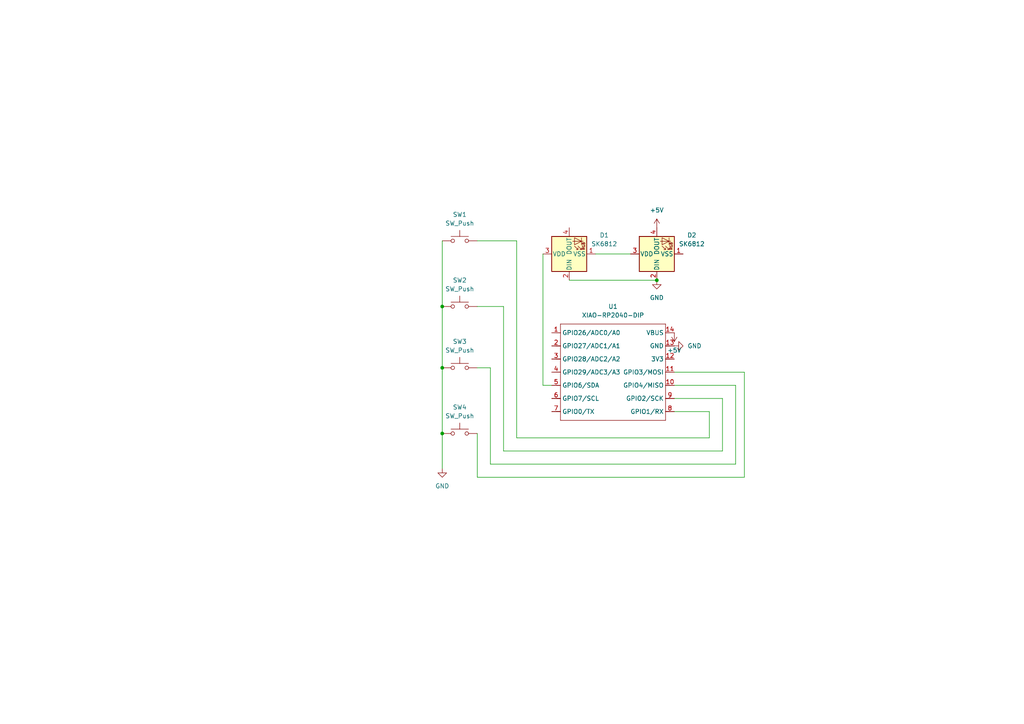
<source format=kicad_sch>
(kicad_sch
	(version 20250114)
	(generator "eeschema")
	(generator_version "9.0")
	(uuid "df9521ad-81be-4924-bf6d-86c0901e75d3")
	(paper "A4")
	(lib_symbols
		(symbol "LED:SK6812"
			(pin_names
				(offset 0.254)
			)
			(exclude_from_sim no)
			(in_bom yes)
			(on_board yes)
			(property "Reference" "D"
				(at 5.08 5.715 0)
				(effects
					(font
						(size 1.27 1.27)
					)
					(justify right bottom)
				)
			)
			(property "Value" "SK6812"
				(at 1.27 -5.715 0)
				(effects
					(font
						(size 1.27 1.27)
					)
					(justify left top)
				)
			)
			(property "Footprint" "LED_SMD:LED_SK6812_PLCC4_5.0x5.0mm_P3.2mm"
				(at 1.27 -7.62 0)
				(effects
					(font
						(size 1.27 1.27)
					)
					(justify left top)
					(hide yes)
				)
			)
			(property "Datasheet" "https://cdn-shop.adafruit.com/product-files/1138/SK6812+LED+datasheet+.pdf"
				(at 2.54 -9.525 0)
				(effects
					(font
						(size 1.27 1.27)
					)
					(justify left top)
					(hide yes)
				)
			)
			(property "Description" "RGB LED with integrated controller"
				(at 0 0 0)
				(effects
					(font
						(size 1.27 1.27)
					)
					(hide yes)
				)
			)
			(property "ki_keywords" "RGB LED NeoPixel addressable"
				(at 0 0 0)
				(effects
					(font
						(size 1.27 1.27)
					)
					(hide yes)
				)
			)
			(property "ki_fp_filters" "LED*SK6812*PLCC*5.0x5.0mm*P3.2mm*"
				(at 0 0 0)
				(effects
					(font
						(size 1.27 1.27)
					)
					(hide yes)
				)
			)
			(symbol "SK6812_0_0"
				(text "RGB"
					(at 2.286 -4.191 0)
					(effects
						(font
							(size 0.762 0.762)
						)
					)
				)
			)
			(symbol "SK6812_0_1"
				(polyline
					(pts
						(xy 1.27 -2.54) (xy 1.778 -2.54)
					)
					(stroke
						(width 0)
						(type default)
					)
					(fill
						(type none)
					)
				)
				(polyline
					(pts
						(xy 1.27 -3.556) (xy 1.778 -3.556)
					)
					(stroke
						(width 0)
						(type default)
					)
					(fill
						(type none)
					)
				)
				(polyline
					(pts
						(xy 2.286 -1.524) (xy 1.27 -2.54) (xy 1.27 -2.032)
					)
					(stroke
						(width 0)
						(type default)
					)
					(fill
						(type none)
					)
				)
				(polyline
					(pts
						(xy 2.286 -2.54) (xy 1.27 -3.556) (xy 1.27 -3.048)
					)
					(stroke
						(width 0)
						(type default)
					)
					(fill
						(type none)
					)
				)
				(polyline
					(pts
						(xy 3.683 -1.016) (xy 3.683 -3.556) (xy 3.683 -4.064)
					)
					(stroke
						(width 0)
						(type default)
					)
					(fill
						(type none)
					)
				)
				(polyline
					(pts
						(xy 4.699 -1.524) (xy 2.667 -1.524) (xy 3.683 -3.556) (xy 4.699 -1.524)
					)
					(stroke
						(width 0)
						(type default)
					)
					(fill
						(type none)
					)
				)
				(polyline
					(pts
						(xy 4.699 -3.556) (xy 2.667 -3.556)
					)
					(stroke
						(width 0)
						(type default)
					)
					(fill
						(type none)
					)
				)
				(rectangle
					(start 5.08 5.08)
					(end -5.08 -5.08)
					(stroke
						(width 0.254)
						(type default)
					)
					(fill
						(type background)
					)
				)
			)
			(symbol "SK6812_1_1"
				(pin input line
					(at -7.62 0 0)
					(length 2.54)
					(name "DIN"
						(effects
							(font
								(size 1.27 1.27)
							)
						)
					)
					(number "2"
						(effects
							(font
								(size 1.27 1.27)
							)
						)
					)
				)
				(pin power_in line
					(at 0 7.62 270)
					(length 2.54)
					(name "VDD"
						(effects
							(font
								(size 1.27 1.27)
							)
						)
					)
					(number "3"
						(effects
							(font
								(size 1.27 1.27)
							)
						)
					)
				)
				(pin power_in line
					(at 0 -7.62 90)
					(length 2.54)
					(name "VSS"
						(effects
							(font
								(size 1.27 1.27)
							)
						)
					)
					(number "1"
						(effects
							(font
								(size 1.27 1.27)
							)
						)
					)
				)
				(pin output line
					(at 7.62 0 180)
					(length 2.54)
					(name "DOUT"
						(effects
							(font
								(size 1.27 1.27)
							)
						)
					)
					(number "4"
						(effects
							(font
								(size 1.27 1.27)
							)
						)
					)
				)
			)
			(embedded_fonts no)
		)
		(symbol "Seeed_Studio_XIAO_Series:XIAO-RP2040-DIP"
			(exclude_from_sim no)
			(in_bom yes)
			(on_board yes)
			(property "Reference" "U"
				(at 0 0 0)
				(effects
					(font
						(size 1.27 1.27)
					)
				)
			)
			(property "Value" "XIAO-RP2040-DIP"
				(at 5.334 -1.778 0)
				(effects
					(font
						(size 1.27 1.27)
					)
				)
			)
			(property "Footprint" "Module:MOUDLE14P-XIAO-DIP-SMD"
				(at 14.478 -32.258 0)
				(effects
					(font
						(size 1.27 1.27)
					)
					(hide yes)
				)
			)
			(property "Datasheet" ""
				(at 0 0 0)
				(effects
					(font
						(size 1.27 1.27)
					)
					(hide yes)
				)
			)
			(property "Description" ""
				(at 0 0 0)
				(effects
					(font
						(size 1.27 1.27)
					)
					(hide yes)
				)
			)
			(symbol "XIAO-RP2040-DIP_1_0"
				(polyline
					(pts
						(xy -1.27 -2.54) (xy 29.21 -2.54)
					)
					(stroke
						(width 0.1524)
						(type solid)
					)
					(fill
						(type none)
					)
				)
				(polyline
					(pts
						(xy -1.27 -5.08) (xy -2.54 -5.08)
					)
					(stroke
						(width 0.1524)
						(type solid)
					)
					(fill
						(type none)
					)
				)
				(polyline
					(pts
						(xy -1.27 -5.08) (xy -1.27 -2.54)
					)
					(stroke
						(width 0.1524)
						(type solid)
					)
					(fill
						(type none)
					)
				)
				(polyline
					(pts
						(xy -1.27 -8.89) (xy -2.54 -8.89)
					)
					(stroke
						(width 0.1524)
						(type solid)
					)
					(fill
						(type none)
					)
				)
				(polyline
					(pts
						(xy -1.27 -8.89) (xy -1.27 -5.08)
					)
					(stroke
						(width 0.1524)
						(type solid)
					)
					(fill
						(type none)
					)
				)
				(polyline
					(pts
						(xy -1.27 -12.7) (xy -2.54 -12.7)
					)
					(stroke
						(width 0.1524)
						(type solid)
					)
					(fill
						(type none)
					)
				)
				(polyline
					(pts
						(xy -1.27 -12.7) (xy -1.27 -8.89)
					)
					(stroke
						(width 0.1524)
						(type solid)
					)
					(fill
						(type none)
					)
				)
				(polyline
					(pts
						(xy -1.27 -16.51) (xy -2.54 -16.51)
					)
					(stroke
						(width 0.1524)
						(type solid)
					)
					(fill
						(type none)
					)
				)
				(polyline
					(pts
						(xy -1.27 -16.51) (xy -1.27 -12.7)
					)
					(stroke
						(width 0.1524)
						(type solid)
					)
					(fill
						(type none)
					)
				)
				(polyline
					(pts
						(xy -1.27 -20.32) (xy -2.54 -20.32)
					)
					(stroke
						(width 0.1524)
						(type solid)
					)
					(fill
						(type none)
					)
				)
				(polyline
					(pts
						(xy -1.27 -24.13) (xy -2.54 -24.13)
					)
					(stroke
						(width 0.1524)
						(type solid)
					)
					(fill
						(type none)
					)
				)
				(polyline
					(pts
						(xy -1.27 -27.94) (xy -2.54 -27.94)
					)
					(stroke
						(width 0.1524)
						(type solid)
					)
					(fill
						(type none)
					)
				)
				(polyline
					(pts
						(xy -1.27 -30.48) (xy -1.27 -16.51)
					)
					(stroke
						(width 0.1524)
						(type solid)
					)
					(fill
						(type none)
					)
				)
				(polyline
					(pts
						(xy 29.21 -2.54) (xy 29.21 -5.08)
					)
					(stroke
						(width 0.1524)
						(type solid)
					)
					(fill
						(type none)
					)
				)
				(polyline
					(pts
						(xy 29.21 -5.08) (xy 29.21 -8.89)
					)
					(stroke
						(width 0.1524)
						(type solid)
					)
					(fill
						(type none)
					)
				)
				(polyline
					(pts
						(xy 29.21 -8.89) (xy 29.21 -12.7)
					)
					(stroke
						(width 0.1524)
						(type solid)
					)
					(fill
						(type none)
					)
				)
				(polyline
					(pts
						(xy 29.21 -12.7) (xy 29.21 -30.48)
					)
					(stroke
						(width 0.1524)
						(type solid)
					)
					(fill
						(type none)
					)
				)
				(polyline
					(pts
						(xy 29.21 -30.48) (xy -1.27 -30.48)
					)
					(stroke
						(width 0.1524)
						(type solid)
					)
					(fill
						(type none)
					)
				)
				(polyline
					(pts
						(xy 30.48 -5.08) (xy 29.21 -5.08)
					)
					(stroke
						(width 0.1524)
						(type solid)
					)
					(fill
						(type none)
					)
				)
				(polyline
					(pts
						(xy 30.48 -8.89) (xy 29.21 -8.89)
					)
					(stroke
						(width 0.1524)
						(type solid)
					)
					(fill
						(type none)
					)
				)
				(polyline
					(pts
						(xy 30.48 -12.7) (xy 29.21 -12.7)
					)
					(stroke
						(width 0.1524)
						(type solid)
					)
					(fill
						(type none)
					)
				)
				(polyline
					(pts
						(xy 30.48 -16.51) (xy 29.21 -16.51)
					)
					(stroke
						(width 0.1524)
						(type solid)
					)
					(fill
						(type none)
					)
				)
				(polyline
					(pts
						(xy 30.48 -20.32) (xy 29.21 -20.32)
					)
					(stroke
						(width 0.1524)
						(type solid)
					)
					(fill
						(type none)
					)
				)
				(polyline
					(pts
						(xy 30.48 -24.13) (xy 29.21 -24.13)
					)
					(stroke
						(width 0.1524)
						(type solid)
					)
					(fill
						(type none)
					)
				)
				(polyline
					(pts
						(xy 30.48 -27.94) (xy 29.21 -27.94)
					)
					(stroke
						(width 0.1524)
						(type solid)
					)
					(fill
						(type none)
					)
				)
				(pin passive line
					(at -3.81 -5.08 0)
					(length 2.54)
					(name "GPIO26/ADC0/A0"
						(effects
							(font
								(size 1.27 1.27)
							)
						)
					)
					(number "1"
						(effects
							(font
								(size 1.27 1.27)
							)
						)
					)
				)
				(pin passive line
					(at -3.81 -8.89 0)
					(length 2.54)
					(name "GPIO27/ADC1/A1"
						(effects
							(font
								(size 1.27 1.27)
							)
						)
					)
					(number "2"
						(effects
							(font
								(size 1.27 1.27)
							)
						)
					)
				)
				(pin passive line
					(at -3.81 -12.7 0)
					(length 2.54)
					(name "GPIO28/ADC2/A2"
						(effects
							(font
								(size 1.27 1.27)
							)
						)
					)
					(number "3"
						(effects
							(font
								(size 1.27 1.27)
							)
						)
					)
				)
				(pin passive line
					(at -3.81 -16.51 0)
					(length 2.54)
					(name "GPIO29/ADC3/A3"
						(effects
							(font
								(size 1.27 1.27)
							)
						)
					)
					(number "4"
						(effects
							(font
								(size 1.27 1.27)
							)
						)
					)
				)
				(pin passive line
					(at -3.81 -20.32 0)
					(length 2.54)
					(name "GPIO6/SDA"
						(effects
							(font
								(size 1.27 1.27)
							)
						)
					)
					(number "5"
						(effects
							(font
								(size 1.27 1.27)
							)
						)
					)
				)
				(pin passive line
					(at -3.81 -24.13 0)
					(length 2.54)
					(name "GPIO7/SCL"
						(effects
							(font
								(size 1.27 1.27)
							)
						)
					)
					(number "6"
						(effects
							(font
								(size 1.27 1.27)
							)
						)
					)
				)
				(pin passive line
					(at -3.81 -27.94 0)
					(length 2.54)
					(name "GPIO0/TX"
						(effects
							(font
								(size 1.27 1.27)
							)
						)
					)
					(number "7"
						(effects
							(font
								(size 1.27 1.27)
							)
						)
					)
				)
				(pin passive line
					(at 31.75 -5.08 180)
					(length 2.54)
					(name "VBUS"
						(effects
							(font
								(size 1.27 1.27)
							)
						)
					)
					(number "14"
						(effects
							(font
								(size 1.27 1.27)
							)
						)
					)
				)
				(pin passive line
					(at 31.75 -8.89 180)
					(length 2.54)
					(name "GND"
						(effects
							(font
								(size 1.27 1.27)
							)
						)
					)
					(number "13"
						(effects
							(font
								(size 1.27 1.27)
							)
						)
					)
				)
				(pin passive line
					(at 31.75 -12.7 180)
					(length 2.54)
					(name "3V3"
						(effects
							(font
								(size 1.27 1.27)
							)
						)
					)
					(number "12"
						(effects
							(font
								(size 1.27 1.27)
							)
						)
					)
				)
				(pin passive line
					(at 31.75 -16.51 180)
					(length 2.54)
					(name "GPIO3/MOSI"
						(effects
							(font
								(size 1.27 1.27)
							)
						)
					)
					(number "11"
						(effects
							(font
								(size 1.27 1.27)
							)
						)
					)
				)
				(pin passive line
					(at 31.75 -20.32 180)
					(length 2.54)
					(name "GPIO4/MISO"
						(effects
							(font
								(size 1.27 1.27)
							)
						)
					)
					(number "10"
						(effects
							(font
								(size 1.27 1.27)
							)
						)
					)
				)
				(pin passive line
					(at 31.75 -24.13 180)
					(length 2.54)
					(name "GPIO2/SCK"
						(effects
							(font
								(size 1.27 1.27)
							)
						)
					)
					(number "9"
						(effects
							(font
								(size 1.27 1.27)
							)
						)
					)
				)
				(pin passive line
					(at 31.75 -27.94 180)
					(length 2.54)
					(name "GPIO1/RX"
						(effects
							(font
								(size 1.27 1.27)
							)
						)
					)
					(number "8"
						(effects
							(font
								(size 1.27 1.27)
							)
						)
					)
				)
			)
			(embedded_fonts no)
		)
		(symbol "Switch:SW_Push"
			(pin_numbers
				(hide yes)
			)
			(pin_names
				(offset 1.016)
				(hide yes)
			)
			(exclude_from_sim no)
			(in_bom yes)
			(on_board yes)
			(property "Reference" "SW"
				(at 1.27 2.54 0)
				(effects
					(font
						(size 1.27 1.27)
					)
					(justify left)
				)
			)
			(property "Value" "SW_Push"
				(at 0 -1.524 0)
				(effects
					(font
						(size 1.27 1.27)
					)
				)
			)
			(property "Footprint" ""
				(at 0 5.08 0)
				(effects
					(font
						(size 1.27 1.27)
					)
					(hide yes)
				)
			)
			(property "Datasheet" "~"
				(at 0 5.08 0)
				(effects
					(font
						(size 1.27 1.27)
					)
					(hide yes)
				)
			)
			(property "Description" "Push button switch, generic, two pins"
				(at 0 0 0)
				(effects
					(font
						(size 1.27 1.27)
					)
					(hide yes)
				)
			)
			(property "ki_keywords" "switch normally-open pushbutton push-button"
				(at 0 0 0)
				(effects
					(font
						(size 1.27 1.27)
					)
					(hide yes)
				)
			)
			(symbol "SW_Push_0_1"
				(circle
					(center -2.032 0)
					(radius 0.508)
					(stroke
						(width 0)
						(type default)
					)
					(fill
						(type none)
					)
				)
				(polyline
					(pts
						(xy 0 1.27) (xy 0 3.048)
					)
					(stroke
						(width 0)
						(type default)
					)
					(fill
						(type none)
					)
				)
				(circle
					(center 2.032 0)
					(radius 0.508)
					(stroke
						(width 0)
						(type default)
					)
					(fill
						(type none)
					)
				)
				(polyline
					(pts
						(xy 2.54 1.27) (xy -2.54 1.27)
					)
					(stroke
						(width 0)
						(type default)
					)
					(fill
						(type none)
					)
				)
				(pin passive line
					(at -5.08 0 0)
					(length 2.54)
					(name "1"
						(effects
							(font
								(size 1.27 1.27)
							)
						)
					)
					(number "1"
						(effects
							(font
								(size 1.27 1.27)
							)
						)
					)
				)
				(pin passive line
					(at 5.08 0 180)
					(length 2.54)
					(name "2"
						(effects
							(font
								(size 1.27 1.27)
							)
						)
					)
					(number "2"
						(effects
							(font
								(size 1.27 1.27)
							)
						)
					)
				)
			)
			(embedded_fonts no)
		)
		(symbol "power:+5V"
			(power)
			(pin_numbers
				(hide yes)
			)
			(pin_names
				(offset 0)
				(hide yes)
			)
			(exclude_from_sim no)
			(in_bom yes)
			(on_board yes)
			(property "Reference" "#PWR"
				(at 0 -3.81 0)
				(effects
					(font
						(size 1.27 1.27)
					)
					(hide yes)
				)
			)
			(property "Value" "+5V"
				(at 0 3.556 0)
				(effects
					(font
						(size 1.27 1.27)
					)
				)
			)
			(property "Footprint" ""
				(at 0 0 0)
				(effects
					(font
						(size 1.27 1.27)
					)
					(hide yes)
				)
			)
			(property "Datasheet" ""
				(at 0 0 0)
				(effects
					(font
						(size 1.27 1.27)
					)
					(hide yes)
				)
			)
			(property "Description" "Power symbol creates a global label with name \"+5V\""
				(at 0 0 0)
				(effects
					(font
						(size 1.27 1.27)
					)
					(hide yes)
				)
			)
			(property "ki_keywords" "global power"
				(at 0 0 0)
				(effects
					(font
						(size 1.27 1.27)
					)
					(hide yes)
				)
			)
			(symbol "+5V_0_1"
				(polyline
					(pts
						(xy -0.762 1.27) (xy 0 2.54)
					)
					(stroke
						(width 0)
						(type default)
					)
					(fill
						(type none)
					)
				)
				(polyline
					(pts
						(xy 0 2.54) (xy 0.762 1.27)
					)
					(stroke
						(width 0)
						(type default)
					)
					(fill
						(type none)
					)
				)
				(polyline
					(pts
						(xy 0 0) (xy 0 2.54)
					)
					(stroke
						(width 0)
						(type default)
					)
					(fill
						(type none)
					)
				)
			)
			(symbol "+5V_1_1"
				(pin power_in line
					(at 0 0 90)
					(length 0)
					(name "~"
						(effects
							(font
								(size 1.27 1.27)
							)
						)
					)
					(number "1"
						(effects
							(font
								(size 1.27 1.27)
							)
						)
					)
				)
			)
			(embedded_fonts no)
		)
		(symbol "power:GND"
			(power)
			(pin_numbers
				(hide yes)
			)
			(pin_names
				(offset 0)
				(hide yes)
			)
			(exclude_from_sim no)
			(in_bom yes)
			(on_board yes)
			(property "Reference" "#PWR"
				(at 0 -6.35 0)
				(effects
					(font
						(size 1.27 1.27)
					)
					(hide yes)
				)
			)
			(property "Value" "GND"
				(at 0 -3.81 0)
				(effects
					(font
						(size 1.27 1.27)
					)
				)
			)
			(property "Footprint" ""
				(at 0 0 0)
				(effects
					(font
						(size 1.27 1.27)
					)
					(hide yes)
				)
			)
			(property "Datasheet" ""
				(at 0 0 0)
				(effects
					(font
						(size 1.27 1.27)
					)
					(hide yes)
				)
			)
			(property "Description" "Power symbol creates a global label with name \"GND\" , ground"
				(at 0 0 0)
				(effects
					(font
						(size 1.27 1.27)
					)
					(hide yes)
				)
			)
			(property "ki_keywords" "global power"
				(at 0 0 0)
				(effects
					(font
						(size 1.27 1.27)
					)
					(hide yes)
				)
			)
			(symbol "GND_0_1"
				(polyline
					(pts
						(xy 0 0) (xy 0 -1.27) (xy 1.27 -1.27) (xy 0 -2.54) (xy -1.27 -1.27) (xy 0 -1.27)
					)
					(stroke
						(width 0)
						(type default)
					)
					(fill
						(type none)
					)
				)
			)
			(symbol "GND_1_1"
				(pin power_in line
					(at 0 0 270)
					(length 0)
					(name "~"
						(effects
							(font
								(size 1.27 1.27)
							)
						)
					)
					(number "1"
						(effects
							(font
								(size 1.27 1.27)
							)
						)
					)
				)
			)
			(embedded_fonts no)
		)
	)
	(junction
		(at 128.27 88.9)
		(diameter 0)
		(color 0 0 0 0)
		(uuid "24a911cf-4760-4346-8750-a9813dbb96f6")
	)
	(junction
		(at 128.27 106.68)
		(diameter 0)
		(color 0 0 0 0)
		(uuid "d033da20-ebaa-48b1-b0ed-b5a980309926")
	)
	(junction
		(at 190.5 81.28)
		(diameter 0)
		(color 0 0 0 0)
		(uuid "d059adfd-0ac7-4a4f-8ceb-0df431aec466")
	)
	(junction
		(at 128.27 125.73)
		(diameter 0)
		(color 0 0 0 0)
		(uuid "e0835329-5727-456b-b3ff-95378954184e")
	)
	(wire
		(pts
			(xy 205.74 127) (xy 149.86 127)
		)
		(stroke
			(width 0)
			(type default)
		)
		(uuid "07ef7a87-7353-43f6-8fc7-b46c6371bf9e")
	)
	(wire
		(pts
			(xy 128.27 88.9) (xy 128.27 106.68)
		)
		(stroke
			(width 0)
			(type default)
		)
		(uuid "089451dc-df5c-461d-9361-4c2ac1e9161d")
	)
	(wire
		(pts
			(xy 138.43 88.9) (xy 146.05 88.9)
		)
		(stroke
			(width 0)
			(type default)
		)
		(uuid "1105c4b5-2aa5-4230-99b8-fb084226be89")
	)
	(wire
		(pts
			(xy 209.55 130.81) (xy 146.05 130.81)
		)
		(stroke
			(width 0)
			(type default)
		)
		(uuid "14ecb5c2-09be-4b61-b02a-e75ffe00d165")
	)
	(wire
		(pts
			(xy 165.1 81.28) (xy 190.5 81.28)
		)
		(stroke
			(width 0)
			(type default)
		)
		(uuid "266edb91-305f-4b04-9f1e-08d250526208")
	)
	(wire
		(pts
			(xy 146.05 130.81) (xy 146.05 88.9)
		)
		(stroke
			(width 0)
			(type default)
		)
		(uuid "2beddf04-26f2-44b5-8310-33bc429728df")
	)
	(wire
		(pts
			(xy 128.27 125.73) (xy 128.27 135.89)
		)
		(stroke
			(width 0)
			(type default)
		)
		(uuid "2c43ff23-9b2b-4adc-b35c-87088fd670a6")
	)
	(wire
		(pts
			(xy 142.24 134.62) (xy 142.24 106.68)
		)
		(stroke
			(width 0)
			(type default)
		)
		(uuid "3b92f6d6-3718-4e60-91e9-70c00003ff17")
	)
	(wire
		(pts
			(xy 149.86 127) (xy 149.86 69.85)
		)
		(stroke
			(width 0)
			(type default)
		)
		(uuid "41411fbb-f371-489d-a9db-07c1d0dd2592")
	)
	(wire
		(pts
			(xy 205.74 119.38) (xy 205.74 127)
		)
		(stroke
			(width 0)
			(type default)
		)
		(uuid "41482657-b9e0-49f1-99dd-3af451ba6729")
	)
	(wire
		(pts
			(xy 128.27 106.68) (xy 128.27 125.73)
		)
		(stroke
			(width 0)
			(type default)
		)
		(uuid "42a5079e-b161-4425-b8f9-c06e7cf90186")
	)
	(wire
		(pts
			(xy 160.02 111.76) (xy 157.48 111.76)
		)
		(stroke
			(width 0)
			(type default)
		)
		(uuid "54f072a3-bb63-4323-b7e1-796861624928")
	)
	(wire
		(pts
			(xy 195.58 107.95) (xy 215.9 107.95)
		)
		(stroke
			(width 0)
			(type default)
		)
		(uuid "63241e3d-d2b0-492e-ac6b-0952f49c0ebb")
	)
	(wire
		(pts
			(xy 215.9 107.95) (xy 215.9 138.43)
		)
		(stroke
			(width 0)
			(type default)
		)
		(uuid "66ec21d4-997d-4266-812f-c002da4e0f34")
	)
	(wire
		(pts
			(xy 215.9 138.43) (xy 138.43 138.43)
		)
		(stroke
			(width 0)
			(type default)
		)
		(uuid "7a2c1767-5c6f-4237-badb-8929d4d62300")
	)
	(wire
		(pts
			(xy 213.36 111.76) (xy 213.36 134.62)
		)
		(stroke
			(width 0)
			(type default)
		)
		(uuid "7cdb82d8-5056-4c1f-893a-4eb059136d8e")
	)
	(wire
		(pts
			(xy 128.27 69.85) (xy 128.27 88.9)
		)
		(stroke
			(width 0)
			(type default)
		)
		(uuid "7d2e53ba-ea5b-4e43-8099-4b68ef809e53")
	)
	(wire
		(pts
			(xy 157.48 111.76) (xy 157.48 73.66)
		)
		(stroke
			(width 0)
			(type default)
		)
		(uuid "7da508bd-de53-4a1d-a93b-d24b3da77044")
	)
	(wire
		(pts
			(xy 142.24 106.68) (xy 138.43 106.68)
		)
		(stroke
			(width 0)
			(type default)
		)
		(uuid "8a2f5786-2ba5-4dd0-9ed4-d90508a61978")
	)
	(wire
		(pts
			(xy 209.55 115.57) (xy 209.55 130.81)
		)
		(stroke
			(width 0)
			(type default)
		)
		(uuid "8aabd63f-6399-4dfc-adec-97050d19bf14")
	)
	(wire
		(pts
			(xy 172.72 73.66) (xy 182.88 73.66)
		)
		(stroke
			(width 0)
			(type default)
		)
		(uuid "b6918705-1332-440d-ac03-c561516cda1c")
	)
	(wire
		(pts
			(xy 195.58 111.76) (xy 213.36 111.76)
		)
		(stroke
			(width 0)
			(type default)
		)
		(uuid "c05adf7a-b13f-4667-bc21-d7a0b4ce8f30")
	)
	(wire
		(pts
			(xy 195.58 115.57) (xy 209.55 115.57)
		)
		(stroke
			(width 0)
			(type default)
		)
		(uuid "ca5abcc8-5dfa-4adb-8e6f-39e12689b094")
	)
	(wire
		(pts
			(xy 138.43 125.73) (xy 138.43 138.43)
		)
		(stroke
			(width 0)
			(type default)
		)
		(uuid "d38cc0b8-bba3-4141-8380-8756a610d893")
	)
	(wire
		(pts
			(xy 195.58 119.38) (xy 205.74 119.38)
		)
		(stroke
			(width 0)
			(type default)
		)
		(uuid "dd998800-1fa5-406b-898e-1869e1e82c79")
	)
	(wire
		(pts
			(xy 149.86 69.85) (xy 138.43 69.85)
		)
		(stroke
			(width 0)
			(type default)
		)
		(uuid "e1177872-2d47-4338-8d6c-22f5cfb54740")
	)
	(wire
		(pts
			(xy 213.36 134.62) (xy 142.24 134.62)
		)
		(stroke
			(width 0)
			(type default)
		)
		(uuid "e9a7246b-a9db-4706-8a69-aa487068c732")
	)
	(symbol
		(lib_id "Switch:SW_Push")
		(at 133.35 69.85 0)
		(unit 1)
		(exclude_from_sim no)
		(in_bom yes)
		(on_board yes)
		(dnp no)
		(fields_autoplaced yes)
		(uuid "0b7ea205-b943-4555-a9d4-78d2db9e9595")
		(property "Reference" "SW1"
			(at 133.35 62.23 0)
			(effects
				(font
					(size 1.27 1.27)
				)
			)
		)
		(property "Value" "SW_Push"
			(at 133.35 64.77 0)
			(effects
				(font
					(size 1.27 1.27)
				)
			)
		)
		(property "Footprint" "Button_Switch_Keyboard:SW_Cherry_MX_1.00u_PCB"
			(at 133.35 64.77 0)
			(effects
				(font
					(size 1.27 1.27)
				)
				(hide yes)
			)
		)
		(property "Datasheet" "~"
			(at 133.35 64.77 0)
			(effects
				(font
					(size 1.27 1.27)
				)
				(hide yes)
			)
		)
		(property "Description" "Push button switch, generic, two pins"
			(at 133.35 69.85 0)
			(effects
				(font
					(size 1.27 1.27)
				)
				(hide yes)
			)
		)
		(pin "2"
			(uuid "b2396d9c-9717-4894-9977-57adec248d60")
		)
		(pin "1"
			(uuid "031ed4dc-044f-488c-82a1-ecae71e5e7cb")
		)
		(instances
			(project ""
				(path "/df9521ad-81be-4924-bf6d-86c0901e75d3"
					(reference "SW1")
					(unit 1)
				)
			)
		)
	)
	(symbol
		(lib_id "power:+5V")
		(at 190.5 66.04 0)
		(unit 1)
		(exclude_from_sim no)
		(in_bom yes)
		(on_board yes)
		(dnp no)
		(fields_autoplaced yes)
		(uuid "11dd4721-66c6-4a90-a60e-8d72aaf6d5ba")
		(property "Reference" "#PWR05"
			(at 190.5 69.85 0)
			(effects
				(font
					(size 1.27 1.27)
				)
				(hide yes)
			)
		)
		(property "Value" "+5V"
			(at 190.5 60.96 0)
			(effects
				(font
					(size 1.27 1.27)
				)
			)
		)
		(property "Footprint" ""
			(at 190.5 66.04 0)
			(effects
				(font
					(size 1.27 1.27)
				)
				(hide yes)
			)
		)
		(property "Datasheet" ""
			(at 190.5 66.04 0)
			(effects
				(font
					(size 1.27 1.27)
				)
				(hide yes)
			)
		)
		(property "Description" "Power symbol creates a global label with name \"+5V\""
			(at 190.5 66.04 0)
			(effects
				(font
					(size 1.27 1.27)
				)
				(hide yes)
			)
		)
		(pin "1"
			(uuid "5c5340bc-f6c3-4fbe-b7c3-3fba06e4f265")
		)
		(instances
			(project ""
				(path "/df9521ad-81be-4924-bf6d-86c0901e75d3"
					(reference "#PWR05")
					(unit 1)
				)
			)
		)
	)
	(symbol
		(lib_id "Switch:SW_Push")
		(at 133.35 125.73 0)
		(unit 1)
		(exclude_from_sim no)
		(in_bom yes)
		(on_board yes)
		(dnp no)
		(fields_autoplaced yes)
		(uuid "1fb69f5e-596e-479f-b758-0f897a939b6d")
		(property "Reference" "SW4"
			(at 133.35 118.11 0)
			(effects
				(font
					(size 1.27 1.27)
				)
			)
		)
		(property "Value" "SW_Push"
			(at 133.35 120.65 0)
			(effects
				(font
					(size 1.27 1.27)
				)
			)
		)
		(property "Footprint" "Button_Switch_Keyboard:SW_Cherry_MX_1.00u_PCB"
			(at 133.35 120.65 0)
			(effects
				(font
					(size 1.27 1.27)
				)
				(hide yes)
			)
		)
		(property "Datasheet" "~"
			(at 133.35 120.65 0)
			(effects
				(font
					(size 1.27 1.27)
				)
				(hide yes)
			)
		)
		(property "Description" "Push button switch, generic, two pins"
			(at 133.35 125.73 0)
			(effects
				(font
					(size 1.27 1.27)
				)
				(hide yes)
			)
		)
		(pin "1"
			(uuid "fe028cb7-3289-4738-a433-c33dd7ec933d")
		)
		(pin "2"
			(uuid "4a815b55-7829-478d-9223-4cb933b13f02")
		)
		(instances
			(project ""
				(path "/df9521ad-81be-4924-bf6d-86c0901e75d3"
					(reference "SW4")
					(unit 1)
				)
			)
		)
	)
	(symbol
		(lib_id "power:+5V")
		(at 195.58 96.52 180)
		(unit 1)
		(exclude_from_sim no)
		(in_bom yes)
		(on_board yes)
		(dnp no)
		(fields_autoplaced yes)
		(uuid "3d07fe8d-8473-4dfa-990f-27a75676a941")
		(property "Reference" "#PWR02"
			(at 195.58 92.71 0)
			(effects
				(font
					(size 1.27 1.27)
				)
				(hide yes)
			)
		)
		(property "Value" "+5V"
			(at 195.58 101.6 0)
			(effects
				(font
					(size 1.27 1.27)
				)
			)
		)
		(property "Footprint" ""
			(at 195.58 96.52 0)
			(effects
				(font
					(size 1.27 1.27)
				)
				(hide yes)
			)
		)
		(property "Datasheet" ""
			(at 195.58 96.52 0)
			(effects
				(font
					(size 1.27 1.27)
				)
				(hide yes)
			)
		)
		(property "Description" "Power symbol creates a global label with name \"+5V\""
			(at 195.58 96.52 0)
			(effects
				(font
					(size 1.27 1.27)
				)
				(hide yes)
			)
		)
		(pin "1"
			(uuid "d67b40d5-38ce-40a5-abfe-8bc46976824d")
		)
		(instances
			(project ""
				(path "/df9521ad-81be-4924-bf6d-86c0901e75d3"
					(reference "#PWR02")
					(unit 1)
				)
			)
		)
	)
	(symbol
		(lib_id "Seeed_Studio_XIAO_Series:XIAO-RP2040-DIP")
		(at 163.83 91.44 0)
		(unit 1)
		(exclude_from_sim no)
		(in_bom yes)
		(on_board yes)
		(dnp no)
		(fields_autoplaced yes)
		(uuid "429779b3-a6b4-42f8-abde-b44fe3190d6d")
		(property "Reference" "U1"
			(at 177.8 88.9 0)
			(effects
				(font
					(size 1.27 1.27)
				)
			)
		)
		(property "Value" "XIAO-RP2040-DIP"
			(at 177.8 91.44 0)
			(effects
				(font
					(size 1.27 1.27)
				)
			)
		)
		(property "Footprint" "Seeed Studio XIAO Series Library:XIAO-RP2040-DIP"
			(at 178.308 123.698 0)
			(effects
				(font
					(size 1.27 1.27)
				)
				(hide yes)
			)
		)
		(property "Datasheet" ""
			(at 163.83 91.44 0)
			(effects
				(font
					(size 1.27 1.27)
				)
				(hide yes)
			)
		)
		(property "Description" ""
			(at 163.83 91.44 0)
			(effects
				(font
					(size 1.27 1.27)
				)
				(hide yes)
			)
		)
		(pin "2"
			(uuid "fa1041ae-e858-461e-87c2-1a76e6769503")
		)
		(pin "4"
			(uuid "b7d6e1dc-eb0d-467b-91fe-0edb76b8366b")
		)
		(pin "1"
			(uuid "37daadbc-014b-470b-ac5a-fdf396152dab")
		)
		(pin "3"
			(uuid "e19e107f-2946-450c-be8d-94414cf36567")
		)
		(pin "13"
			(uuid "0fef5745-da23-4738-880c-175518d0d1e7")
		)
		(pin "8"
			(uuid "2d9e7c29-ab5d-4073-b8f9-d6178f861406")
		)
		(pin "5"
			(uuid "36674ee0-4e91-4400-8cc4-db72488633f6")
		)
		(pin "14"
			(uuid "b2568c22-87e2-4c8a-aeb0-66e977135e34")
		)
		(pin "11"
			(uuid "6da5ec2d-9156-4e96-aaf1-e43861d704a6")
		)
		(pin "7"
			(uuid "8a0182bf-8f3d-4244-8178-7763084adf8b")
		)
		(pin "6"
			(uuid "0473fac6-616e-4cd8-a223-23ec4fbbb6b4")
		)
		(pin "10"
			(uuid "3286eb23-d8a7-4610-852d-aa05c83cd382")
		)
		(pin "9"
			(uuid "b7ba3149-cb8b-459c-9031-d937a9b034de")
		)
		(pin "12"
			(uuid "8ab91866-d363-4a84-b0b4-8092d440c5be")
		)
		(instances
			(project ""
				(path "/df9521ad-81be-4924-bf6d-86c0901e75d3"
					(reference "U1")
					(unit 1)
				)
			)
		)
	)
	(symbol
		(lib_id "LED:SK6812")
		(at 190.5 73.66 90)
		(unit 1)
		(exclude_from_sim no)
		(in_bom yes)
		(on_board yes)
		(dnp no)
		(fields_autoplaced yes)
		(uuid "458fdb63-daa9-4b44-bc87-40de3998cf25")
		(property "Reference" "D2"
			(at 200.66 68.2146 90)
			(effects
				(font
					(size 1.27 1.27)
				)
			)
		)
		(property "Value" "SK6812"
			(at 200.66 70.7546 90)
			(effects
				(font
					(size 1.27 1.27)
				)
			)
		)
		(property "Footprint" "LED_SMD:LED_SK6812MINI_PLCC4_3.5x3.5mm_P1.75mm"
			(at 198.12 72.39 0)
			(effects
				(font
					(size 1.27 1.27)
				)
				(justify left top)
				(hide yes)
			)
		)
		(property "Datasheet" "https://cdn-shop.adafruit.com/product-files/1138/SK6812+LED+datasheet+.pdf"
			(at 200.025 71.12 0)
			(effects
				(font
					(size 1.27 1.27)
				)
				(justify left top)
				(hide yes)
			)
		)
		(property "Description" "RGB LED with integrated controller"
			(at 190.5 73.66 0)
			(effects
				(font
					(size 1.27 1.27)
				)
				(hide yes)
			)
		)
		(pin "2"
			(uuid "594a614a-9d20-4ce3-acde-cf953e6d9fbb")
		)
		(pin "3"
			(uuid "488ba27f-b785-4640-9aba-3d9ccb30385d")
		)
		(pin "1"
			(uuid "eb48c56f-c13a-46c0-aa62-1416749537d5")
		)
		(pin "4"
			(uuid "31246116-61ea-4f9a-804b-c499c014aa7d")
		)
		(instances
			(project ""
				(path "/df9521ad-81be-4924-bf6d-86c0901e75d3"
					(reference "D2")
					(unit 1)
				)
			)
		)
	)
	(symbol
		(lib_id "power:GND")
		(at 195.58 100.33 90)
		(unit 1)
		(exclude_from_sim no)
		(in_bom yes)
		(on_board yes)
		(dnp no)
		(fields_autoplaced yes)
		(uuid "5f1feb85-bd0e-470a-8a3a-a3e63b233f94")
		(property "Reference" "#PWR01"
			(at 201.93 100.33 0)
			(effects
				(font
					(size 1.27 1.27)
				)
				(hide yes)
			)
		)
		(property "Value" "GND"
			(at 199.39 100.3299 90)
			(effects
				(font
					(size 1.27 1.27)
				)
				(justify right)
			)
		)
		(property "Footprint" ""
			(at 195.58 100.33 0)
			(effects
				(font
					(size 1.27 1.27)
				)
				(hide yes)
			)
		)
		(property "Datasheet" ""
			(at 195.58 100.33 0)
			(effects
				(font
					(size 1.27 1.27)
				)
				(hide yes)
			)
		)
		(property "Description" "Power symbol creates a global label with name \"GND\" , ground"
			(at 195.58 100.33 0)
			(effects
				(font
					(size 1.27 1.27)
				)
				(hide yes)
			)
		)
		(pin "1"
			(uuid "07ac0fa6-18ba-4cdc-b5bf-e88bba6cacce")
		)
		(instances
			(project ""
				(path "/df9521ad-81be-4924-bf6d-86c0901e75d3"
					(reference "#PWR01")
					(unit 1)
				)
			)
		)
	)
	(symbol
		(lib_id "Switch:SW_Push")
		(at 133.35 88.9 0)
		(unit 1)
		(exclude_from_sim no)
		(in_bom yes)
		(on_board yes)
		(dnp no)
		(fields_autoplaced yes)
		(uuid "9732c366-3d17-4e24-a152-db88145eff1e")
		(property "Reference" "SW2"
			(at 133.35 81.28 0)
			(effects
				(font
					(size 1.27 1.27)
				)
			)
		)
		(property "Value" "SW_Push"
			(at 133.35 83.82 0)
			(effects
				(font
					(size 1.27 1.27)
				)
			)
		)
		(property "Footprint" "Button_Switch_Keyboard:SW_Cherry_MX_1.00u_PCB"
			(at 133.35 83.82 0)
			(effects
				(font
					(size 1.27 1.27)
				)
				(hide yes)
			)
		)
		(property "Datasheet" "~"
			(at 133.35 83.82 0)
			(effects
				(font
					(size 1.27 1.27)
				)
				(hide yes)
			)
		)
		(property "Description" "Push button switch, generic, two pins"
			(at 133.35 88.9 0)
			(effects
				(font
					(size 1.27 1.27)
				)
				(hide yes)
			)
		)
		(pin "1"
			(uuid "28ac8b83-1ac8-4a00-8047-d7abb78e851c")
		)
		(pin "2"
			(uuid "0518dee7-c0ba-4b50-a98a-a6e9b3d848cc")
		)
		(instances
			(project ""
				(path "/df9521ad-81be-4924-bf6d-86c0901e75d3"
					(reference "SW2")
					(unit 1)
				)
			)
		)
	)
	(symbol
		(lib_id "LED:SK6812")
		(at 165.1 73.66 90)
		(unit 1)
		(exclude_from_sim no)
		(in_bom yes)
		(on_board yes)
		(dnp no)
		(fields_autoplaced yes)
		(uuid "9c5c127c-b6dc-4058-a03c-1787fd13d717")
		(property "Reference" "D1"
			(at 175.26 68.2146 90)
			(effects
				(font
					(size 1.27 1.27)
				)
			)
		)
		(property "Value" "SK6812"
			(at 175.26 70.7546 90)
			(effects
				(font
					(size 1.27 1.27)
				)
			)
		)
		(property "Footprint" "LED_SMD:LED_SK6812MINI_PLCC4_3.5x3.5mm_P1.75mm"
			(at 172.72 72.39 0)
			(effects
				(font
					(size 1.27 1.27)
				)
				(justify left top)
				(hide yes)
			)
		)
		(property "Datasheet" "https://cdn-shop.adafruit.com/product-files/1138/SK6812+LED+datasheet+.pdf"
			(at 174.625 71.12 0)
			(effects
				(font
					(size 1.27 1.27)
				)
				(justify left top)
				(hide yes)
			)
		)
		(property "Description" "RGB LED with integrated controller"
			(at 165.1 73.66 0)
			(effects
				(font
					(size 1.27 1.27)
				)
				(hide yes)
			)
		)
		(pin "3"
			(uuid "5b9fefe9-a377-4e0e-88da-e9d43375fa34")
		)
		(pin "4"
			(uuid "a5dad6e2-48f1-4c96-8970-caf15da33aa1")
		)
		(pin "2"
			(uuid "e5ad0b2e-6f79-4be4-8087-931d6258d5be")
		)
		(pin "1"
			(uuid "f2db982d-c502-4af3-b80c-57de9be0e226")
		)
		(instances
			(project ""
				(path "/df9521ad-81be-4924-bf6d-86c0901e75d3"
					(reference "D1")
					(unit 1)
				)
			)
		)
	)
	(symbol
		(lib_id "Switch:SW_Push")
		(at 133.35 106.68 0)
		(unit 1)
		(exclude_from_sim no)
		(in_bom yes)
		(on_board yes)
		(dnp no)
		(fields_autoplaced yes)
		(uuid "c18fd65a-1b4d-492b-b32b-87bf2e8857c1")
		(property "Reference" "SW3"
			(at 133.35 99.06 0)
			(effects
				(font
					(size 1.27 1.27)
				)
			)
		)
		(property "Value" "SW_Push"
			(at 133.35 101.6 0)
			(effects
				(font
					(size 1.27 1.27)
				)
			)
		)
		(property "Footprint" "Button_Switch_Keyboard:SW_Cherry_MX_1.00u_PCB"
			(at 133.35 101.6 0)
			(effects
				(font
					(size 1.27 1.27)
				)
				(hide yes)
			)
		)
		(property "Datasheet" "~"
			(at 133.35 101.6 0)
			(effects
				(font
					(size 1.27 1.27)
				)
				(hide yes)
			)
		)
		(property "Description" "Push button switch, generic, two pins"
			(at 133.35 106.68 0)
			(effects
				(font
					(size 1.27 1.27)
				)
				(hide yes)
			)
		)
		(pin "1"
			(uuid "ce650e05-3ac8-4580-88d1-4460a722123c")
		)
		(pin "2"
			(uuid "695bfd1b-fe1a-49e1-b3bd-f3c756bf764a")
		)
		(instances
			(project ""
				(path "/df9521ad-81be-4924-bf6d-86c0901e75d3"
					(reference "SW3")
					(unit 1)
				)
			)
		)
	)
	(symbol
		(lib_id "power:GND")
		(at 190.5 81.28 0)
		(unit 1)
		(exclude_from_sim no)
		(in_bom yes)
		(on_board yes)
		(dnp no)
		(fields_autoplaced yes)
		(uuid "cd20176e-621f-481d-804b-ca83006ac097")
		(property "Reference" "#PWR04"
			(at 190.5 87.63 0)
			(effects
				(font
					(size 1.27 1.27)
				)
				(hide yes)
			)
		)
		(property "Value" "GND"
			(at 190.5 86.36 0)
			(effects
				(font
					(size 1.27 1.27)
				)
			)
		)
		(property "Footprint" ""
			(at 190.5 81.28 0)
			(effects
				(font
					(size 1.27 1.27)
				)
				(hide yes)
			)
		)
		(property "Datasheet" ""
			(at 190.5 81.28 0)
			(effects
				(font
					(size 1.27 1.27)
				)
				(hide yes)
			)
		)
		(property "Description" "Power symbol creates a global label with name \"GND\" , ground"
			(at 190.5 81.28 0)
			(effects
				(font
					(size 1.27 1.27)
				)
				(hide yes)
			)
		)
		(pin "1"
			(uuid "99c624bd-5340-49b5-8da3-47ab1b5fba02")
		)
		(instances
			(project ""
				(path "/df9521ad-81be-4924-bf6d-86c0901e75d3"
					(reference "#PWR04")
					(unit 1)
				)
			)
		)
	)
	(symbol
		(lib_id "power:GND")
		(at 128.27 135.89 0)
		(unit 1)
		(exclude_from_sim no)
		(in_bom yes)
		(on_board yes)
		(dnp no)
		(fields_autoplaced yes)
		(uuid "d990db07-f402-4839-857e-6c20d32a9c7e")
		(property "Reference" "#PWR03"
			(at 128.27 142.24 0)
			(effects
				(font
					(size 1.27 1.27)
				)
				(hide yes)
			)
		)
		(property "Value" "GND"
			(at 128.27 140.97 0)
			(effects
				(font
					(size 1.27 1.27)
				)
			)
		)
		(property "Footprint" ""
			(at 128.27 135.89 0)
			(effects
				(font
					(size 1.27 1.27)
				)
				(hide yes)
			)
		)
		(property "Datasheet" ""
			(at 128.27 135.89 0)
			(effects
				(font
					(size 1.27 1.27)
				)
				(hide yes)
			)
		)
		(property "Description" "Power symbol creates a global label with name \"GND\" , ground"
			(at 128.27 135.89 0)
			(effects
				(font
					(size 1.27 1.27)
				)
				(hide yes)
			)
		)
		(pin "1"
			(uuid "352ac893-735e-4f22-90af-5bed99459c26")
		)
		(instances
			(project ""
				(path "/df9521ad-81be-4924-bf6d-86c0901e75d3"
					(reference "#PWR03")
					(unit 1)
				)
			)
		)
	)
	(sheet_instances
		(path "/"
			(page "1")
		)
	)
	(embedded_fonts no)
)

</source>
